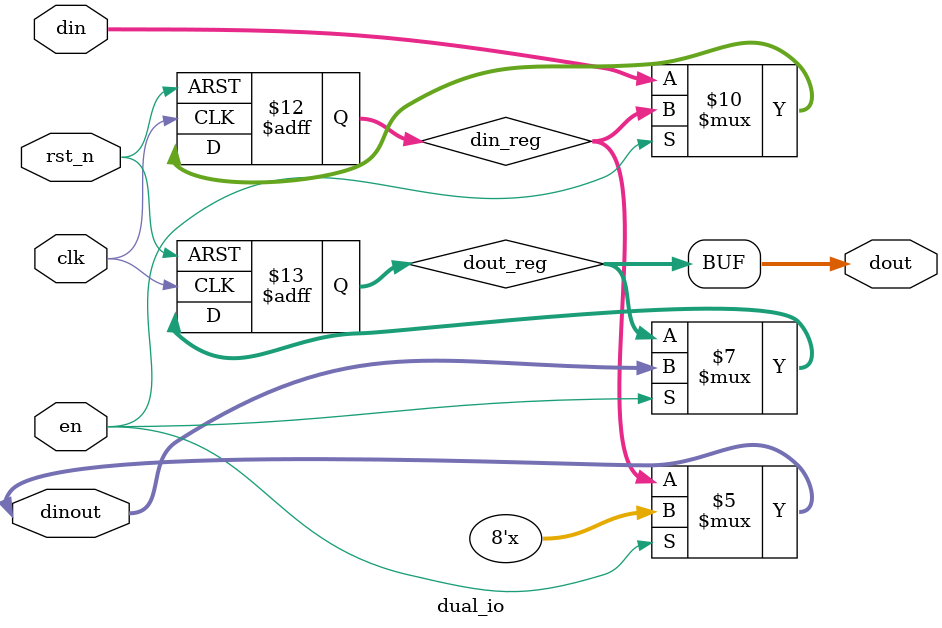
<source format=v>
module  dual_io #(parameter WIDTH = 8)(
/*i*/   input    wire                  clk          ,
        input    wire                  rst_n        ,
        input    wire                  en           ,
        input    wire   [WIDTH-1:0]    din          ,
        inout    wire   [WIDTH-1:0]    dinout       ,
/*o*/   output   wire   [WIDTH-1:0]    dout              
);
reg [WIDTH-1:0] din_reg;
reg [WIDTH-1:0] dout_reg;
always @(posedge clk or negedge rst_n) begin
    if (~rst_n) begin
        din_reg <= 0;
        dout_reg <= 0;
    end //if
    else begin
        if (~en) begin
        	din_reg <= din;
        end    
        else begin
        	dout_reg <= dinout;
        end
    end //else
end //always
assign dinout = (~en) ? din_reg : 8'hzz;
assign dout = dout_reg;
endmodule
</source>
